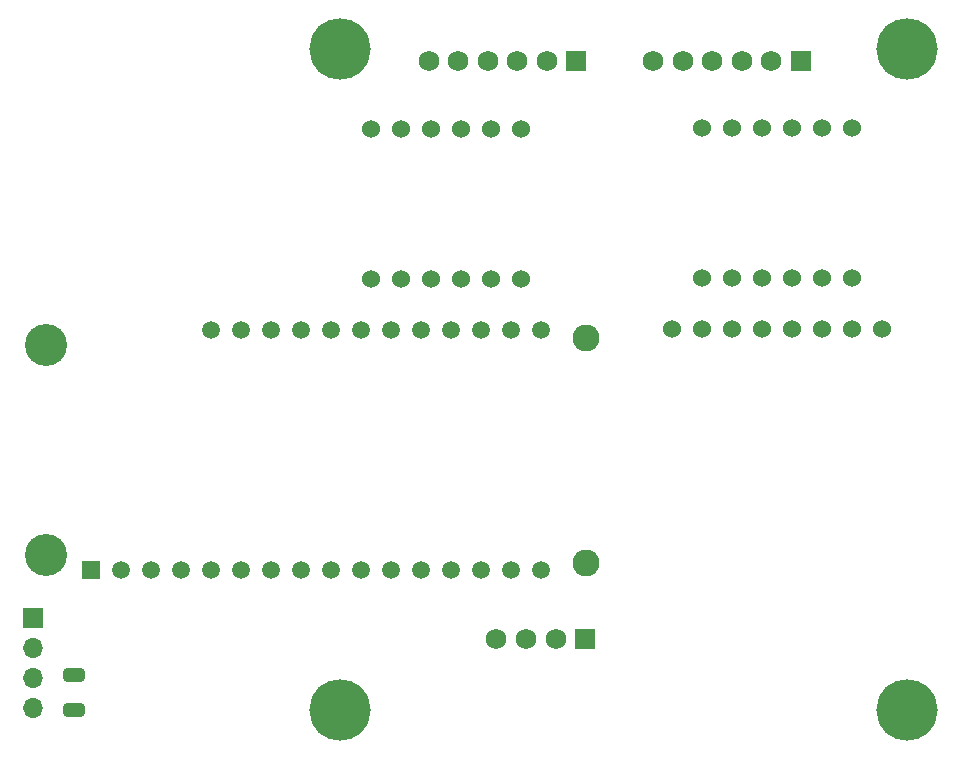
<source format=gbr>
%TF.GenerationSoftware,KiCad,Pcbnew,(6.0.10-0)*%
%TF.CreationDate,2023-01-18T17:39:01-08:00*%
%TF.ProjectId,Sensor,53656e73-6f72-42e6-9b69-6361645f7063,rev?*%
%TF.SameCoordinates,Original*%
%TF.FileFunction,Soldermask,Bot*%
%TF.FilePolarity,Negative*%
%FSLAX46Y46*%
G04 Gerber Fmt 4.6, Leading zero omitted, Abs format (unit mm)*
G04 Created by KiCad (PCBNEW (6.0.10-0)) date 2023-01-18 17:39:01*
%MOMM*%
%LPD*%
G01*
G04 APERTURE LIST*
G04 Aperture macros list*
%AMRoundRect*
0 Rectangle with rounded corners*
0 $1 Rounding radius*
0 $2 $3 $4 $5 $6 $7 $8 $9 X,Y pos of 4 corners*
0 Add a 4 corners polygon primitive as box body*
4,1,4,$2,$3,$4,$5,$6,$7,$8,$9,$2,$3,0*
0 Add four circle primitives for the rounded corners*
1,1,$1+$1,$2,$3*
1,1,$1+$1,$4,$5*
1,1,$1+$1,$6,$7*
1,1,$1+$1,$8,$9*
0 Add four rect primitives between the rounded corners*
20,1,$1+$1,$2,$3,$4,$5,0*
20,1,$1+$1,$4,$5,$6,$7,0*
20,1,$1+$1,$6,$7,$8,$9,0*
20,1,$1+$1,$8,$9,$2,$3,0*%
G04 Aperture macros list end*
%ADD10R,1.700000X1.700000*%
%ADD11O,1.700000X1.700000*%
%ADD12R,1.750000X1.750000*%
%ADD13C,1.750000*%
%ADD14C,5.200000*%
%ADD15C,2.286000*%
%ADD16R,1.508000X1.508000*%
%ADD17C,1.508000*%
%ADD18C,3.556000*%
%ADD19C,1.524000*%
%ADD20RoundRect,0.250000X0.650000X-0.325000X0.650000X0.325000X-0.650000X0.325000X-0.650000X-0.325000X0*%
G04 APERTURE END LIST*
D10*
%TO.C,J1*%
X24000000Y-128200000D03*
D11*
X24000000Y-130740000D03*
X24000000Y-133280000D03*
X24000000Y-135820000D03*
%TD*%
D12*
%TO.C,J4*%
X70000000Y-81000000D03*
D13*
X67500000Y-81000000D03*
X65000000Y-81000000D03*
X62500000Y-81000000D03*
X60000000Y-81000000D03*
X57500000Y-81000000D03*
%TD*%
D14*
%TO.C,H3*%
X50000000Y-136000000D03*
%TD*%
D12*
%TO.C,J5*%
X89000000Y-81000000D03*
D13*
X86500000Y-81000000D03*
X84000000Y-81000000D03*
X81500000Y-81000000D03*
X79000000Y-81000000D03*
X76500000Y-81000000D03*
%TD*%
D14*
%TO.C,H4*%
X98000000Y-136000000D03*
%TD*%
%TO.C,H2*%
X98000000Y-80000000D03*
%TD*%
D12*
%TO.C,J6*%
X70750000Y-130000000D03*
D13*
X68250000Y-130000000D03*
X65750000Y-130000000D03*
X63250000Y-130000000D03*
%TD*%
D14*
%TO.C,H1*%
X50000000Y-80000000D03*
%TD*%
D15*
%TO.C,U1*%
X70860000Y-123525000D03*
X70860000Y-104475000D03*
D16*
X28950000Y-124160000D03*
D17*
X31490000Y-124160000D03*
X34030000Y-124160000D03*
X36570000Y-124160000D03*
X39110000Y-124160000D03*
X41650000Y-124160000D03*
X44190000Y-124160000D03*
X46730000Y-124160000D03*
X49270000Y-124160000D03*
X51810000Y-124160000D03*
X54350000Y-124160000D03*
X56890000Y-124160000D03*
X59430000Y-124160000D03*
X61970000Y-124160000D03*
X64510000Y-124160000D03*
X67050000Y-124160000D03*
X39110000Y-103840000D03*
X41650000Y-103840000D03*
X44190000Y-103840000D03*
X46730000Y-103840000D03*
X49270000Y-103840000D03*
X51810000Y-103840000D03*
X54350000Y-103840000D03*
X56890000Y-103840000D03*
X59430000Y-103840000D03*
X61970000Y-103840000D03*
X64510000Y-103840000D03*
X67050000Y-103840000D03*
D18*
X25140000Y-122890000D03*
X25140000Y-105110000D03*
%TD*%
D19*
%TO.C,U4*%
X93350000Y-103760000D03*
X95890000Y-103760000D03*
X78110000Y-103760000D03*
X88270000Y-103760000D03*
X80650000Y-103760000D03*
X83190000Y-103760000D03*
X85730000Y-103760000D03*
X90810000Y-103760000D03*
%TD*%
%TO.C,U3*%
X65350000Y-99460000D03*
X52650000Y-99460000D03*
X55190000Y-99460000D03*
X57730000Y-99460000D03*
X60270000Y-99460000D03*
X62810000Y-99460000D03*
X55190000Y-86760000D03*
X52650000Y-86760000D03*
X62810000Y-86760000D03*
X60270000Y-86760000D03*
X57730000Y-86760000D03*
X65350000Y-86760000D03*
%TD*%
%TO.C,U2*%
X80650000Y-86745000D03*
X93350000Y-86745000D03*
X90810000Y-86745000D03*
X88270000Y-86745000D03*
X85730000Y-86745000D03*
X83190000Y-86745000D03*
X90810000Y-99445000D03*
X93350000Y-99445000D03*
X83190000Y-99445000D03*
X85730000Y-99445000D03*
X88270000Y-99445000D03*
X80650000Y-99445000D03*
%TD*%
D20*
%TO.C,C1*%
X27500000Y-135975000D03*
X27500000Y-133025000D03*
%TD*%
M02*

</source>
